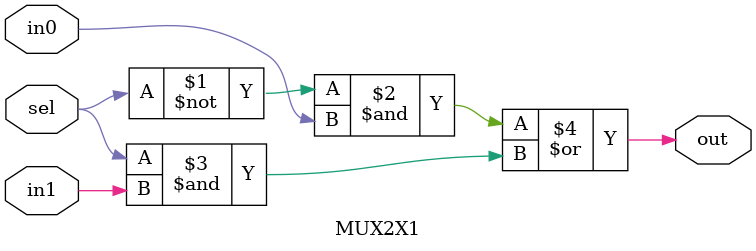
<source format=v>
`timescale 1ns / 1ps


module MUX2X1(input in0, in1, sel, output out);
        assign out = (~sel & in0) | (sel & in1);
endmodule

</source>
